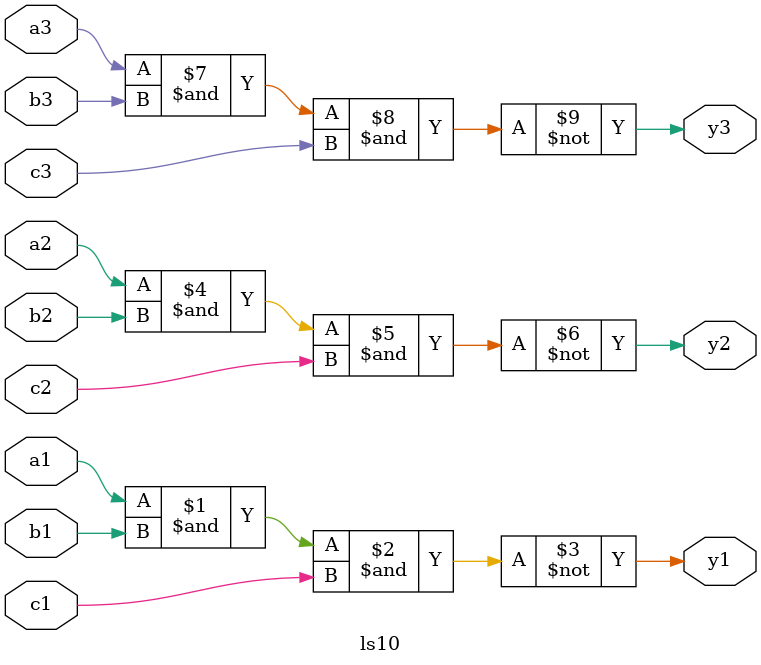
<source format=sv>

/*     _____________
     _|             |_
a1  |_|1          14|_| VCC
     _|             |_
b1  |_|2          13|_| c1
     _|             |_
a2  |_|3          12|_| y1
     _|             |_
b2  |_|4          11|_| c3
     _|             |_
c2  |_|5          10|_| b3
     _|             |_
y2  |_|6           9|_| a3
     _|             |_
GND |_|7           8|_| y3
      |_____________|
*/

module ls10
(
	input  a1, a2, a3,
	input  b1, b2, b3,
	input  c1, c2, c3,
	output y1, y2, y3
);

assign y1 = ~(a1 & b1 & c1);
assign y2 = ~(a2 & b2 & c2);
assign y3 = ~(a3 & b3 & c3);

endmodule

</source>
